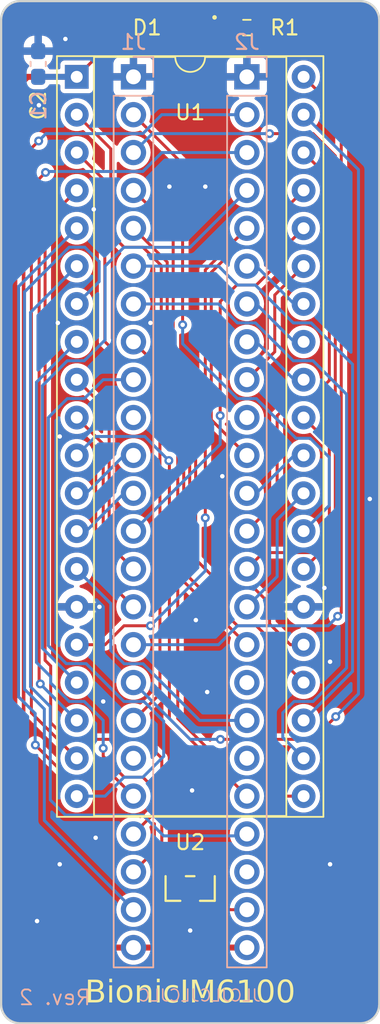
<source format=kicad_pcb>
(kicad_pcb (version 20240108) (generator "pcbnew") (generator_version "8.0")
  (title_block (title "BionicIM6100") (date "2025-01-13") (rev "2") (company "Tadashi G. Takaoka"))
  (layers (0 "F.Cu" signal) (31 "B.Cu" signal) (34 "B.Paste" user) (35 "F.Paste" user) (36 "B.SilkS" user "B.Silkscreen") (37 "F.SilkS" user "F.Silkscreen") (38 "B.Mask" user) (39 "F.Mask" user) (44 "Edge.Cuts" user))
  (net 0 "")
  (net 1 "VCC")
  (net 2 "GND")
  (net 3 "Net-(D1-K)")
  (net 4 "/P10")
  (net 5 "/P11")
  (net 6 "/P12")
  (net 7 "/P13")
  (net 8 "/P14")
  (net 9 "/P15")
  (net 10 "/P16")
  (net 11 "/P17")
  (net 13 "/P30")
  (net 14 "/P31")
  (net 15 "/P32")
  (net 16 "/P34")
  (net 17 "/P35")
  (net 18 "/P36")
  (net 19 "/P37")
  (net 21 "/P50")
  (net 22 "/P51")
  (net 23 "/P52")
  (net 24 "/P53")
  (net 25 "Net-(J2-P57)")
  (net 27 "/P55")
  (net 28 "/P54")
  (net 30 "/P47")
  (net 31 "/P45")
  (net 32 "/P44")
  (net 33 "/P43")
  (net 34 "/P42")
  (net 35 "/P41")
  (net 36 "/P40")
  (net 38 "/P27")
  (net 39 "/P26")
  (net 40 "/P25")
  (net 41 "/P24")
  (net 42 "/P23")
  (net 43 "/P22")
  (net 44 "/P21")
  (net 45 "/P20")
  (net 46 "/P33")
  (footprint "microchip:SOT-23_MC_MCH-M" (layer "F.Cu") (at 113.7 129.5376 180)
    (property "Reference" "U2" (at 0 3.0988 0) (layer "F.SilkS"))
    (property "Value" "11AA010-I/TT")
    (fp_line (start 1.652 0.827) (end 1.652 -0.827) (stroke (width 0.1524)) (layer "F.SilkS"))
    (fp_line (start 1.652 -0.827) (end 0.66294 -0.827) (stroke (width 0.1524)) (layer "F.SilkS"))
    (fp_line (start -0.287061 0.827) (end 0.287061 0.827) (stroke (width 0.1524)) (layer "F.SilkS"))
    (fp_line (start -0.66294 -0.827) (end -1.652 -0.827) (stroke (width 0.1524)) (layer "F.SilkS"))
    (fp_line (start -1.652 -0.827) (end -1.652 0.827) (stroke (width 0.1524)) (layer "F.SilkS"))
    (pad "1" smd rect (at -0.950001 1.066 180) (size 0.6604 1.6256) (layers "F.Cu" "F.Paste" "F.Mask") (net 25 "Net-(J2-P57)"))
    (pad "2" smd rect (at 0.950001 1.066 180) (size 0.6604 1.6256) (layers "F.Cu" "F.Paste" "F.Mask") (net 1 "VCC"))
    (pad "3" smd rect (at 0 -1.066 180) (size 0.6604 1.6256) (layers "F.Cu" "F.Paste" "F.Mask") (net 2 "GND"))
  )
  (footprint "rhom:LED_CSL1901UW1_ROM-M" (layer "F.Cu") (at 113.6873 71.778 180)
    (property "Reference" "D1" (at 2.8829 0 0) (layer "F.SilkS"))
    (property "Value" "CSL1901UW1")
    (fp_circle (center -1.651 0.6858) (end -1.5748 0.6858) (stroke (width 0.1524)) (fill none) (layer "F.SilkS"))
    (pad "1" smd rect (at -0.8763 0 180) (size 0.9652 0.762) (layers "F.Cu" "F.Paste" "F.Mask") (net 3 "Net-(D1-K)"))
    (pad "2" smd rect (at 0.8763 0 180) (size 0.9652 0.762) (layers "F.Cu" "F.Paste" "F.Mask") (net 1 "VCC"))
    (zone (net 0) (net_name "") (layer "F.Cu") (connect_pads (clearance 0)) (min_thickness 0.254)
      (keepout (tracks not_allowed) (vias not_allowed) (pads allowed) (copperpour not_allowed) (footprints allowed))
      (fill (thermal_gap 0.508) (thermal_bridge_width 0.508))
      (polygon (pts (xy 114.0302 72.1336) (xy 113.3444 72.1336) (xy 113.3444 71.4224) (xy 114.0302 71.4224)))
    )
  )
  (footprint "bionic:DIP-40_W15.24mm_Socket" (layer "F.Cu") (at 106.08 75.08)
    (property "Reference" "U1" (at 7.62 2.3876 0) (layer "F.SilkS"))
    (property "Value" "IM6100")
    (fp_line (start -1.33 -1.39) (end -1.33 49.65) (stroke (width 0.12)) (layer "F.SilkS"))
    (fp_line (start -1.33 49.65) (end 16.57 49.65) (stroke (width 0.12)) (layer "F.SilkS"))
    (fp_line (start 1.16 -1.33) (end 1.16 49.59) (stroke (width 0.12)) (layer "F.SilkS"))
    (fp_line (start 1.16 49.59) (end 14.08 49.59) (stroke (width 0.12)) (layer "F.SilkS"))
    (fp_line (start 6.62 -1.33) (end 1.16 -1.33) (stroke (width 0.12)) (layer "F.SilkS"))
    (fp_line (start 14.08 -1.33) (end 8.62 -1.33) (stroke (width 0.12)) (layer "F.SilkS"))
    (fp_line (start 14.08 49.59) (end 14.08 -1.33) (stroke (width 0.12)) (layer "F.SilkS"))
    (fp_line (start 16.57 -1.39) (end -1.33 -1.39) (stroke (width 0.12)) (layer "F.SilkS"))
    (fp_line (start 16.57 49.65) (end 16.57 -1.39) (stroke (width 0.12)) (layer "F.SilkS"))
    (fp_arc (start 8.62 -1.33) (mid 7.62 -0.33) (end 6.62 -1.33) (stroke (width 0.12)) (layer "F.SilkS"))
    (pad "1" thru_hole rect (at 0 0) (size 1.6 1.6) (drill 0.8) (layers "*.Cu" "*.Mask") (net 1 "VCC"))
    (pad "2" thru_hole oval (at 0 2.54) (size 1.6 1.6) (drill 0.8) (layers "*.Cu" "*.Mask") (net 31 "/P45"))
    (pad "3" thru_hole oval (at 0 5.08) (size 1.6 1.6) (drill 0.8) (layers "*.Cu" "*.Mask") (net 19 "/P37"))
    (pad "4" thru_hole oval (at 0 7.62) (size 1.6 1.6) (drill 0.8) (layers "*.Cu" "*.Mask") (net 23 "/P52"))
    (pad "5" thru_hole oval (at 0 10.16) (size 1.6 1.6) (drill 0.8) (layers "*.Cu" "*.Mask") (net 21 "/P50"))
    (pad "6" thru_hole oval (at 0 12.7) (size 1.6 1.6) (drill 0.8) (layers "*.Cu" "*.Mask") (net 27 "/P55"))
    (pad "7" thru_hole oval (at 0 15.24) (size 1.6 1.6) (drill 0.8) (layers "*.Cu" "*.Mask") (net 24 "/P53"))
    (pad "8" thru_hole oval (at 0 17.78) (size 1.6 1.6) (drill 0.8) (layers "*.Cu" "*.Mask") (net 22 "/P51"))
    (pad "9" thru_hole oval (at 0 20.32) (size 1.6 1.6) (drill 0.8) (layers "*.Cu" "*.Mask") (net 46 "/P33"))
    (pad "10" thru_hole oval (at 0 22.86) (size 1.6 1.6) (drill 0.8) (layers "*.Cu" "*.Mask") (net 16 "/P34"))
    (pad "11" thru_hole oval (at 0 25.4) (size 1.6 1.6) (drill 0.8) (layers "*.Cu" "*.Mask") (net 28 "/P54"))
    (pad "12" thru_hole oval (at 0 27.94) (size 1.6 1.6) (drill 0.8) (layers "*.Cu" "*.Mask") (net 13 "/P30"))
    (pad "13" thru_hole oval (at 0 30.48) (size 1.6 1.6) (drill 0.8) (layers "*.Cu" "*.Mask") (net 14 "/P31"))
    (pad "14" thru_hole oval (at 0 33.02) (size 1.6 1.6) (drill 0.8) (layers "*.Cu" "*.Mask") (net 30 "/P47"))
    (pad "15" thru_hole oval (at 0 35.56) (size 1.6 1.6) (drill 0.8) (layers "*.Cu" "*.Mask") (net 2 "GND"))
    (pad "16" thru_hole oval (at 0 38.1) (size 1.6 1.6) (drill 0.8) (layers "*.Cu" "*.Mask") (net 42 "/P23"))
    (pad "17" thru_hole oval (at 0 40.64) (size 1.6 1.6) (drill 0.8) (layers "*.Cu" "*.Mask") (net 43 "/P22"))
    (pad "18" thru_hole oval (at 0 43.18) (size 1.6 1.6) (drill 0.8) (layers "*.Cu" "*.Mask") (net 44 "/P21"))
    (pad "19" thru_hole oval (at 0 45.72) (size 1.6 1.6) (drill 0.8) (layers "*.Cu" "*.Mask") (net 45 "/P20"))
    (pad "20" thru_hole oval (at 0 48.26) (size 1.6 1.6) (drill 0.8) (layers "*.Cu" "*.Mask") (net 11 "/P17"))
    (pad "21" thru_hole oval (at 15.24 48.26) (size 1.6 1.6) (drill 0.8) (layers "*.Cu" "*.Mask") (net 10 "/P16"))
    (pad "22" thru_hole oval (at 15.24 45.72) (size 1.6 1.6) (drill 0.8) (layers "*.Cu" "*.Mask") (net 9 "/P15"))
    (pad "23" thru_hole oval (at 15.24 43.18) (size 1.6 1.6) (drill 0.8) (layers "*.Cu" "*.Mask") (net 8 "/P14"))
    (pad "24" thru_hole oval (at 15.24 40.64) (size 1.6 1.6) (drill 0.8) (layers "*.Cu" "*.Mask") (net 7 "/P13"))
    (pad "25" thru_hole oval (at 15.24 38.1) (size 1.6 1.6) (drill 0.8) (layers "*.Cu" "*.Mask") (net 6 "/P12"))
    (pad "26" thru_hole oval (at 15.24 35.56) (size 1.6 1.6) (drill 0.8) (layers "*.Cu" "*.Mask") (net 2 "GND"))
    (pad "27" thru_hole oval (at 15.24 33.02) (size 1.6 1.6) (drill 0.8) (layers "*.Cu" "*.Mask") (net 5 "/P11"))
    (pad "28" thru_hole oval (at 15.24 30.48) (size 1.6 1.6) (drill 0.8) (layers "*.Cu" "*.Mask") (net 4 "/P10"))
    (pad "29" thru_hole oval (at 15.24 27.94) (size 1.6 1.6) (drill 0.8) (layers "*.Cu" "*.Mask") (net 32 "/P44"))
    (pad "30" thru_hole oval (at 15.24 25.4) (size 1.6 1.6) (drill 0.8) (layers "*.Cu" "*.Mask") (net 35 "/P41"))
    (pad "31" thru_hole oval (at 15.24 22.86) (size 1.6 1.6) (drill 0.8) (layers "*.Cu" "*.Mask") (net 33 "/P43"))
    (pad "32" thru_hole oval (at 15.24 20.32) (size 1.6 1.6) (drill 0.8) (layers "*.Cu" "*.Mask") (net 39 "/P26"))
    (pad "33" thru_hole oval (at 15.24 17.78) (size 1.6 1.6) (drill 0.8) (layers "*.Cu" "*.Mask") (net 40 "/P25"))
    (pad "34" thru_hole oval (at 15.24 15.24) (size 1.6 1.6) (drill 0.8) (layers "*.Cu" "*.Mask") (net 41 "/P24"))
    (pad "35" thru_hole oval (at 15.24 12.7) (size 1.6 1.6) (drill 0.8) (layers "*.Cu" "*.Mask") (net 38 "/P27"))
    (pad "36" thru_hole oval (at 15.24 10.16) (size 1.6 1.6) (drill 0.8) (layers "*.Cu" "*.Mask") (net 15 "/P32"))
    (pad "37" thru_hole oval (at 15.24 7.62) (size 1.6 1.6) (drill 0.8) (layers "*.Cu" "*.Mask") (net 36 "/P40"))
    (pad "38" thru_hole oval (at 15.24 5.08) (size 1.6 1.6) (drill 0.8) (layers "*.Cu" "*.Mask") (net 34 "/P42"))
    (pad "39" thru_hole oval (at 15.24 2.54) (size 1.6 1.6) (drill 0.8) (layers "*.Cu" "*.Mask") (net 18 "/P36"))
    (pad "40" thru_hole oval (at 15.24 0) (size 1.6 1.6) (drill 0.8) (layers "*.Cu" "*.Mask") (net 17 "/P35"))
  )
  (footprint "Resistor_SMD:R_0603_1608Metric_Pad0.98x0.95mm_HandSolder" (layer "F.Cu") (at 117.51 71.778)
    (property "Reference" "R1" (at 2.54 0 0) (layer "F.SilkS"))
    (property "Value" "1.6k")
    (fp_line (start -0.254724 -0.5225) (end 0.254724 -0.5225) (stroke (width 0.12)) (layer "F.SilkS"))
    (fp_line (start -0.254724 0.5225) (end 0.254724 0.5225) (stroke (width 0.12)) (layer "F.SilkS"))
    (pad "1" smd roundrect (at -0.9125 0) (size 0.975 0.95) (layers "F.Cu" "F.Paste" "F.Mask") (net 3 "Net-(D1-K)"))
    (pad "2" smd roundrect (at 0.9125 0) (size 0.975 0.95) (layers "F.Cu" "F.Paste" "F.Mask") (net 2 "GND"))
  )
  (footprint "Capacitor_SMD:C_0603_1608Metric_Pad1.08x0.95mm_HandSolder" (layer "F.Cu") (at 103.4892 74.2175 90)
    (property "Reference" "C2" (at -2.794 0 90) (layer "F.SilkS"))
    (property "Value" "22u")
    (fp_line (start -0.146267 -0.51) (end 0.146267 -0.51) (stroke (width 0.12)) (layer "F.SilkS"))
    (fp_line (start -0.146267 0.51) (end 0.146267 0.51) (stroke (width 0.12)) (layer "F.SilkS"))
    (pad "1" smd roundrect (at -0.8625 0 90) (size 1.075 0.95) (layers "F.Cu" "F.Paste" "F.Mask") (net 1 "VCC"))
    (pad "2" smd roundrect (at 0.8625 0 90) (size 1.075 0.95) (layers "F.Cu" "F.Paste" "F.Mask") (net 2 "GND"))
  )
  (footprint "Capacitor_SMD:C_0603_1608Metric_Pad1.08x0.95mm_HandSolder" (layer "B.Cu") (at 103.4892 74.2175 90)
    (property "Reference" "C1" (at -2.794 0.03 90) (layer "B.SilkS") (effects (justify mirror)))
    (property "Value" "0.1u")
    (fp_line (start 0.146267 -0.51) (end -0.146267 -0.51) (stroke (width 0.12)) (layer "B.SilkS"))
    (fp_line (start 0.146267 0.51) (end -0.146267 0.51) (stroke (width 0.12)) (layer "B.SilkS"))
    (pad "1" smd roundrect (at -0.8625 0 90) (size 1.075 0.95) (layers "B.Cu" "B.Paste" "B.Mask") (net 1 "VCC"))
    (pad "2" smd roundrect (at 0.8625 0 90) (size 1.075 0.95) (layers "B.Cu" "B.Paste" "B.Mask") (net 2 "GND"))
  )
  (footprint "bionic:Bionic-P245_Vertical" (layer "B.Cu") (at 117.51 75.08 180)
    (property "Reference" "J2" (at 0 2.33 0) (layer "B.SilkS") (effects (justify mirror)))
    (property "Value" "Bionic-P245")
    (fp_line (start 1.33 -1.27) (end -1.33 -1.27) (stroke (width 0.12)) (layer "B.SilkS"))
    (fp_line (start 1.33 -59.75) (end 1.33 -1.27) (stroke (width 0.12)) (layer "B.SilkS"))
    (fp_line (start 1.33 -59.75) (end -1.33 -59.75) (stroke (width 0.12)) (layer "B.SilkS"))
    (fp_line (start 0 1.33) (end -1.33 1.33) (stroke (width 0.12)) (layer "B.SilkS"))
    (fp_line (start -1.33 1.33) (end -1.33 0) (stroke (width 0.12)) (layer "B.SilkS"))
    (fp_line (start -1.33 -59.75) (end -1.33 -1.27) (stroke (width 0.12)) (layer "B.SilkS"))
    (pad "25" thru_hole oval (at 0 -58.42 180) (size 1.7 1.7) (drill 1) (layers "*.Cu" "*.Mask") (net 1 "VCC"))
    (pad "26" thru_hole oval (at 0 -55.88 180) (size 1.7 1.7) (drill 1) (layers "*.Cu" "*.Mask") (net 25 "Net-(J2-P57)"))
    (pad "27" thru_hole oval (at 0 -53.34 180) (size 1.7 1.7) (drill 1) (layers "*.Cu" "*.Mask"))
    (pad "28" thru_hole oval (at 0 -50.8 180) (size 1.7 1.7) (drill 1) (layers "*.Cu" "*.Mask") (net 27 "/P55"))
    (pad "29" thru_hole oval (at 0 -48.26 180) (size 1.7 1.7) (drill 1) (layers "*.Cu" "*.Mask") (net 28 "/P54"))
    (pad "30" thru_hole oval (at 0 -45.72 180) (size 1.7 1.7) (drill 1) (layers "*.Cu" "*.Mask"))
    (pad "31" thru_hole oval (at 0 -43.18 180) (size 1.7 1.7) (drill 1) (layers "*.Cu" "*.Mask") (net 30 "/P47"))
    (pad "32" thru_hole oval (at 0 -40.64 180) (size 1.7 1.7) (drill 1) (layers "*.Cu" "*.Mask"))
    (pad "33" thru_hole oval (at 0 -38.1 180) (size 1.7 1.7) (drill 1) (layers "*.Cu" "*.Mask") (net 31 "/P45"))
    (pad "34" thru_hole oval (at 0 -35.56 180) (size 1.7 1.7) (drill 1) (layers "*.Cu" "*.Mask") (net 32 "/P44"))
    (pad "35" thru_hole oval (at 0 -33.02 180) (size 1.7 1.7) (drill 1) (layers "*.Cu" "*.Mask") (net 33 "/P43"))
    (pad "36" thru_hole oval (at 0 -30.48 180) (size 1.7 1.7) (drill 1) (layers "*.Cu" "*.Mask") (net 34 "/P42"))
    (pad "37" thru_hole oval (at 0 -27.94 180) (size 1.7 1.7) (drill 1) (layers "*.Cu" "*.Mask") (net 35 "/P41"))
    (pad "38" thru_hole oval (at 0 -25.4 180) (size 1.7 1.7) (drill 1) (layers "*.Cu" "*.Mask") (net 36 "/P40"))
    (pad "39" thru_hole oval (at 0 -22.86 180) (size 1.7 1.7) (drill 1) (layers "*.Cu" "*.Mask"))
    (pad "40" thru_hole oval (at 0 -20.32 180) (size 1.7 1.7) (drill 1) (layers "*.Cu" "*.Mask") (net 38 "/P27"))
    (pad "41" thru_hole oval (at 0 -17.78 180) (size 1.7 1.7) (drill 1) (layers "*.Cu" "*.Mask") (net 39 "/P26"))
    (pad "42" thru_hole oval (at 0 -15.24 180) (size 1.7 1.7) (drill 1) (layers "*.Cu" "*.Mask") (net 40 "/P25"))
    (pad "43" thru_hole oval (at 0 -12.7 180) (size 1.7 1.7) (drill 1) (layers "*.Cu" "*.Mask") (net 41 "/P24"))
    (pad "44" thru_hole oval (at 0 -10.16 180) (size 1.7 1.7) (drill 1) (layers "*.Cu" "*.Mask") (net 42 "/P23"))
    (pad "45" thru_hole oval (at 0 -7.62 180) (size 1.7 1.7) (drill 1) (layers "*.Cu" "*.Mask") (net 43 "/P22"))
    (pad "46" thru_hole oval (at 0 -5.08 180) (size 1.7 1.7) (drill 1) (layers "*.Cu" "*.Mask") (net 44 "/P21"))
    (pad "47" thru_hole oval (at 0 -2.54 180) (size 1.7 1.7) (drill 1) (layers "*.Cu" "*.Mask") (net 45 "/P20"))
    (pad "48" thru_hole rect (at 0 0 180) (size 1.7 1.7) (drill 1) (layers "*.Cu" "*.Mask") (net 2 "GND"))
  )
  (footprint "bionic:Bionic-P135_Vertical" (layer "B.Cu") (at 109.89 75.08 180)
    (property "Reference" "J1" (at 0 2.33 0) (layer "B.SilkS") (effects (justify mirror)))
    (property "Value" "Bionic-P135")
    (fp_line (start 1.33 -1.27) (end -1.33 -1.27) (stroke (width 0.12)) (layer "B.SilkS"))
    (fp_line (start 1.33 -59.75) (end 1.33 -1.27) (stroke (width 0.12)) (layer "B.SilkS"))
    (fp_line (start 1.33 -59.75) (end -1.33 -59.75) (stroke (width 0.12)) (layer "B.SilkS"))
    (fp_line (start 0 1.33) (end -1.33 1.33) (stroke (width 0.12)) (layer "B.SilkS"))
    (fp_line (start -1.33 1.33) (end -1.33 0) (stroke (width 0.12)) (layer "B.SilkS"))
    (fp_line (start -1.33 -59.75) (end -1.33 -1.27) (stroke (width 0.12)) (layer "B.SilkS"))
    (pad "1" thru_hole rect (at 0 0 180) (size 1.7 1.7) (drill 1) (layers "*.Cu" "*.Mask") (net 2 "GND"))
    (pad "2" thru_hole oval (at 0 -2.54 180) (size 1.7 1.7) (drill 1) (layers "*.Cu" "*.Mask") (net 4 "/P10"))
    (pad "3" thru_hole oval (at 0 -5.08 180) (size 1.7 1.7) (drill 1) (layers "*.Cu" "*.Mask") (net 5 "/P11"))
    (pad "4" thru_hole oval (at 0 -7.62 180) (size 1.7 1.7) (drill 1) (layers "*.Cu" "*.Mask") (net 6 "/P12"))
    (pad "5" thru_hole oval (at 0 -10.16 180) (size 1.7 1.7) (drill 1) (layers "*.Cu" "*.Mask") (net 7 "/P13"))
    (pad "6" thru_hole oval (at 0 -12.7 180) (size 1.7 1.7) (drill 1) (layers "*.Cu" "*.Mask") (net 8 "/P14"))
    (pad "7" thru_hole oval (at 0 -15.24 180) (size 1.7 1.7) (drill 1) (layers "*.Cu" "*.Mask") (net 9 "/P15"))
    (pad "8" thru_hole oval (at 0 -17.78 180) (size 1.7 1.7) (drill 1) (layers "*.Cu" "*.Mask") (net 10 "/P16"))
    (pad "9" thru_hole oval (at 0 -20.32 180) (size 1.7 1.7) (drill 1) (layers "*.Cu" "*.Mask") (net 11 "/P17"))
    (pad "10" thru_hole oval (at 0 -22.86 180) (size 1.7 1.7) (drill 1) (layers "*.Cu" "*.Mask"))
    (pad "11" thru_hole oval (at 0 -25.4 180) (size 1.7 1.7) (drill 1) (layers "*.Cu" "*.Mask") (net 13 "/P30"))
    (pad "12" thru_hole oval (at 0 -27.94 180) (size 1.7 1.7) (drill 1) (layers "*.Cu" "*.Mask") (net 14 "/P31"))
    (pad "13" thru_hole oval (at 0 -30.48 180) (size 1.7 1.7) (drill 1) (layers "*.Cu" "*.Mask") (net 15 "/P32"))
    (pad "14" thru_hole oval (at 0 -33.02 180) (size 1.7 1.7) (drill 1) (layers "*.Cu" "*.Mask") (net 46 "/P33"))
    (pad "15" thru_hole oval (at 0 -35.56 180) (size 1.7 1.7) (drill 1) (layers "*.Cu" "*.Mask") (net 16 "/P34"))
    (pad "16" thru_hole oval (at 0 -38.1 180) (size 1.7 1.7) (drill 1) (layers "*.Cu" "*.Mask") (net 17 "/P35"))
    (pad "17" thru_hole oval (at 0 -40.64 180) (size 1.7 1.7) (drill 1) (layers "*.Cu" "*.Mask") (net 18 "/P36"))
    (pad "18" thru_hole oval (at 0 -43.18 180) (size 1.7 1.7) (drill 1) (layers "*.Cu" "*.Mask") (net 19 "/P37"))
    (pad "19" thru_hole oval (at 0 -45.72 180) (size 1.7 1.7) (drill 1) (layers "*.Cu" "*.Mask"))
    (pad "20" thru_hole oval (at 0 -48.26 180) (size 1.7 1.7) (drill 1) (layers "*.Cu" "*.Mask") (net 21 "/P50"))
    (pad "21" thru_hole oval (at 0 -50.8 180) (size 1.7 1.7) (drill 1) (layers "*.Cu" "*.Mask") (net 22 "/P51"))
    (pad "22" thru_hole oval (at 0 -53.34 180) (size 1.7 1.7) (drill 1) (layers "*.Cu" "*.Mask") (net 23 "/P52"))
    (pad "23" thru_hole oval (at 0 -55.88 180) (size 1.7 1.7) (drill 1) (layers "*.Cu" "*.Mask") (net 24 "/P53"))
    (pad "24" thru_hole oval (at 0 -58.42 180) (size 1.7 1.7) (drill 1) (layers "*.Cu" "*.Mask") (net 1 "VCC"))
  )
  (gr_arc (start 126.4 137.31) (mid 126.028026 138.208026) (end 125.13 138.58) (stroke (width 0.15)) (layer "Edge.Cuts"))
  (gr_line (start 101 71.27) (end 101 137.31) (stroke (width 0.15)) (layer "Edge.Cuts"))
  (gr_arc (start 101 71.27) (mid 101.371974 70.371974) (end 102.27 70) (stroke (width 0.15)) (layer "Edge.Cuts"))
  (gr_line (start 126.4 137.31) (end 126.4 71.27) (stroke (width 0.15)) (layer "Edge.Cuts"))
  (gr_arc (start 125.13 70) (mid 126.028026 70.371974) (end 126.4 71.27) (stroke (width 0.15)) (layer "Edge.Cuts"))
  (gr_arc (start 102.27 138.58) (mid 101.371974 138.208026) (end 101 137.31) (stroke (width 0.15)) (layer "Edge.Cuts"))
  (gr_line (start 102.27 138.58) (end 125.13 138.58) (stroke (width 0.15)) (layer "Edge.Cuts"))
  (gr_line (start 125.13 70) (end 102.27 70) (stroke (width 0.15)) (layer "Edge.Cuts"))
  (gr_text "Rev. 2" (at 107.096 137.437 0) (layer "B.SilkS") (effects (font (size 1 1)) (justify left bottom mirror)))
  (gr_text "JLCJLCJLCJLC" (at 114.335 137.183 0) (layer "B.SilkS") (effects (font (size 0.8 0.8)) (justify bottom mirror)))
  (gr_text "BionicIM6100" (at 113.7 137.437 0) (layer "F.SilkS") (effects (font (size 1.5 1.5)) (justify bottom)))
  (segment (start 112.749999 128.4716) (end 112.749999 133.438999) (width 0.2) (layer "F.Cu") (net 1))
  (segment (start 117.51 133.5) (end 112.811 133.5) (width 0.4) (layer "F.Cu") (net 1))
  (segment (start 109.382 71.778) (end 106.08 75.08) (width 0.2) (layer "F.Cu") (net 1))
  (segment (start 112.811 71.778) (end 109.382 71.778) (width 0.2) (layer "F.Cu") (net 1))
  (segment (start 102.778 75.08) (end 103.4892 75.08) (width 0.4) (layer "F.Cu") (net 1))
  (segment (start 112.749999 133.438999) (end 112.811 133.5) (width 0.2) (layer "F.Cu") (net 1))
  (segment (start 112.811 133.5) (end 109.89 133.5) (width 0.4) (layer "F.Cu") (net 1))
  (segment (start 112.75 128.472) (end 112.75 128.4716) (width 0.4) (layer "F.Cu") (net 1))
  (segment (start 101.889 126.769) (end 101.889 75.969) (width 0.4) (layer "F.Cu") (net 1))
  (segment (start 106.08 75.08) (end 103.4892 75.08) (width 0.4) (layer "F.Cu") (net 1))
  (segment (start 109.89 133.5) (end 108.62 133.5) (width 0.4) (layer "F.Cu") (net 1))
  (segment (start 108.62 133.5) (end 101.889 126.769) (width 0.4) (layer "F.Cu") (net 1))
  (segment (start 101.889 75.969) (end 102.778 75.08) (width 0.4) (layer "F.Cu") (net 1))
  (segment (start 103.4892 75.08) (end 106.08 75.08) (width 0.4) (layer "B.Cu") (net 1))
  (segment (start 106.08 110.64) (end 107.604 110.64) (width 0.4) (layer "F.Cu") (net 2))
  (segment (start 121.32 110.64) (end 120.177 110.64) (width 0.4) (layer "F.Cu") (net 2))
  (segment (start 107.604 110.64) (end 107.477 110.64) (width 0.4) (layer "F.Cu") (net 2))
  (via (at 123.098 114.323) (size 0.6) (drill 0.3) (layers "F.Cu" "B.Cu") (net 2))
  (via (at 111.033 91.59) (size 0.6) (drill 0.3) (layers "F.Cu" "B.Cu") (net 2))
  (via (at 105.318 72.54) (size 0.6) (drill 0.3) (layers "F.Cu" "B.Cu") (net 2))
  (via (at 113.7 132.357) (size 0.6) (drill 0.3) (layers "F.Cu" "B.Cu") (net 2))
  (via (at 113.827 122.959) (size 0.6) (drill 0.3) (layers "F.Cu" "B.Cu") (net 2))
  (via (at 107.223 83.97) (size 0.6) (drill 0.3) (layers "F.Cu" "B.Cu") (net 2))
  (via (at 122.717 109.37) (size 0.6) (drill 0.3) (layers "F.Cu" "B.Cu") (net 2))
  (via (at 115.859 101.877) (size 0.6) (drill 0.3) (layers "F.Cu" "B.Cu") (net 2))
  (via (at 107.858 116.99) (size 0.6) (drill 0.3) (layers "F.Cu" "B.Cu") (net 2))
  (via (at 123.098 127.912) (size 0.6) (drill 0.3) (layers "F.Cu" "B.Cu") (net 2))
  (via (at 114.843 116.355) (size 0.6) (drill 0.3) (layers "F.Cu" "B.Cu") (net 2))
  (via (at 107.604 110.64) (size 0.6) (drill 0.3) (layers "F.Cu" "B.Cu") (net 2))
  (via (at 104.937 99.21) (size 0.6) (drill 0.3) (layers "F.Cu" "B.Cu") (net 2))
  (via (at 125.765 103.401) (size 0.6) (drill 0.3) (layers "F.Cu" "B.Cu") (net 2))
  (via (at 103.413 131.722) (size 0.6) (drill 0.3) (layers "F.Cu" "B.Cu") (net 2))
  (via (at 104.81 91.59) (size 0.6) (drill 0.3) (layers "F.Cu" "B.Cu") (net 2))
  (via (at 107.35 126.134) (size 0.6) (drill 0.3) (layers "F.Cu" "B.Cu") (net 2))
  (via (at 114.716 82.446) (size 0.6) (drill 0.3) (layers "F.Cu" "B.Cu") (net 2))
  (via (at 112.303 82.446) (size 0.6) (drill 0.3) (layers "F.Cu" "B.Cu") (net 2))
  (via (at 103.54 76.985) (size 0.6) (drill 0.3) (layers "F.Cu" "B.Cu") (net 2))
  (via (at 104.937 127.912) (size 0.6) (drill 0.3) (layers "F.Cu" "B.Cu") (net 2))
  (via (at 114.081 111.529) (size 0.6) (drill 0.3) (layers "F.Cu" "B.Cu") (net 2))
  (segment (start 106.08 110.64) (end 104.81 110.64) (width 0.4) (layer "B.Cu") (net 2))
  (segment (start 121.32 110.64) (end 122.717 110.64) (width 0.4) (layer "B.Cu") (net 2))
  (segment (start 114.5636 71.778) (end 116.5975 71.778) (width 0.2) (layer "F.Cu") (net 3))
  (segment (start 114.564 71.778) (end 114.5636 71.778) (width 0.2) (layer "F.Cu") (net 3))
  (segment (start 113.195 91.717) (end 113.192 91.714) (width 0.2) (layer "F.Cu") (net 4))
  (segment (start 113.192 80.922) (end 109.89 77.62) (width 0.2) (layer "F.Cu") (net 4))
  (segment (start 113.192 91.714) (end 113.192 80.922) (width 0.2) (layer "F.Cu") (net 4))
  (via (at 113.195 91.717) (size 0.6) (drill 0.3) (layers "F.Cu" "B.Cu") (net 4))
  (segment (start 121.766 99.3298) (end 123.041 100.6048) (width 0.2) (layer "B.Cu") (net 4))
  (segment (start 120.8048 99.3298) (end 121.766 99.3298) (width 0.2) (layer "B.Cu") (net 4))
  (segment (start 113.195 91.717) (end 113.195 92.99) (width 0.2) (layer "B.Cu") (net 4))
  (segment (start 123.041 103.839) (end 121.32 105.56) (width 0.2) (layer "B.Cu") (net 4))
  (segment (start 113.195 92.99) (end 116.875 96.67) (width 0.2) (layer "B.Cu") (net 4))
  (segment (start 116.875 96.67) (end 118.145 96.67) (width 0.2) (layer "B.Cu") (net 4))
  (segment (start 118.145 96.67) (end 120.8048 99.3298) (width 0.2) (layer "B.Cu") (net 4))
  (segment (start 123.041 100.6048) (end 123.041 103.839) (width 0.2) (layer "B.Cu") (net 4))
  (segment (start 121.955 78.89) (end 123.4472 80.3822) (width 0.2) (layer "F.Cu") (net 5))
  (segment (start 123.4472 105.9728) (end 121.32 108.1) (width 0.2) (layer "F.Cu") (net 5))
  (segment (start 123.4472 80.3822) (end 123.4472 105.9728) (width 0.2) (layer "F.Cu") (net 5))
  (segment (start 119.034 78.89) (end 121.955 78.89) (width 0.2) (layer "F.Cu") (net 5))
  (via (at 119.034 78.89) (size 0.6) (drill 0.3) (layers "F.Cu" "B.Cu") (net 5))
  (segment (start 111.16 78.89) (end 109.89 80.16) (width 0.2) (layer "B.Cu") (net 5))
  (segment (start 119.034 78.89) (end 111.16 78.89) (width 0.2) (layer "B.Cu") (net 5))
  (segment (start 114.068 107.452) (end 115.986 109.37) (width 0.2) (layer "F.Cu") (net 6))
  (segment (start 109.89 82.7) (end 112.557 85.367) (width 0.2) (layer "F.Cu") (net 6))
  (segment (start 119.034 111.783) (end 120.431 113.18) (width 0.2) (layer "F.Cu") (net 6))
  (segment (start 112.557 85.367) (end 112.557 93.829942) (width 0.2) (layer "F.Cu") (net 6))
  (segment (start 119.034 110.4238) (end 119.034 111.783) (width 0.2) (layer "F.Cu") (net 6))
  (segment (start 115.986 109.37) (end 117.9802 109.37) (width 0.2) (layer "F.Cu") (net 6))
  (segment (start 120.431 113.18) (end 121.32 113.18) (width 0.2) (layer "F.Cu") (net 6))
  (segment (start 114.068 95.340942) (end 114.068 107.452) (width 0.2) (layer "F.Cu") (net 6))
  (segment (start 112.557 93.829942) (end 114.068 95.340942) (width 0.2) (layer "F.Cu") (net 6))
  (segment (start 117.9802 109.37) (end 119.034 110.4238) (width 0.2) (layer "F.Cu") (net 6))
  (segment (start 119.542 113.307) (end 119.542 113.942) (width 0.2) (layer "F.Cu") (net 7))
  (segment (start 113.668 108.703) (end 116.875 111.91) (width 0.2) (layer "F.Cu") (net 7))
  (segment (start 113.668 95.506628) (end 113.668 108.703) (width 0.2) (layer "F.Cu") (net 7))
  (segment (start 119.542 113.942) (end 121.32 115.72) (width 0.2) (layer "F.Cu") (net 7))
  (segment (start 112.157 93.995628) (end 113.668 95.506628) (width 0.2) (layer "F.Cu") (net 7))
  (segment (start 118.145 111.91) (end 119.542 113.307) (width 0.2) (layer "F.Cu") (net 7))
  (segment (start 109.89 85.24) (end 112.157 87.507) (width 0.2) (layer "F.Cu") (net 7))
  (segment (start 116.875 111.91) (end 118.145 111.91) (width 0.2) (layer "F.Cu") (net 7))
  (segment (start 112.157 87.507) (end 112.157 93.995628) (width 0.2) (layer "F.Cu") (net 7))
  (segment (start 109.89 87.78) (end 115.605 87.78) (width 0.2) (layer "B.Cu") (net 8))
  (segment (start 124.606 114.974) (end 121.32 118.26) (width 0.2) (layer "B.Cu") (net 8))
  (segment (start 116.875 89.05) (end 118.0848 89.05) (width 0.2) (layer "B.Cu") (net 8))
  (segment (start 115.605 87.78) (end 116.875 89.05) (width 0.2) (layer "B.Cu") (net 8))
  (segment (start 124.606 94.368) (end 124.606 114.974) (width 0.2) (layer "B.Cu") (net 8))
  (segment (start 121.828 91.59) (end 124.606 94.368) (width 0.2) (layer "B.Cu") (net 8))
  (segment (start 118.0848 89.05) (end 120.6248 91.59) (width 0.2) (layer "B.Cu") (net 8))
  (segment (start 120.6248 91.59) (end 121.828 91.59) (width 0.2) (layer "B.Cu") (net 8))
  (segment (start 124.206 114.739) (end 124.206 96.381) (width 0.2) (layer "B.Cu") (net 9))
  (segment (start 116.875 91.59) (end 115.605 90.32) (width 0.2) (layer "B.Cu") (net 9))
  (segment (start 115.605 90.32) (end 109.89 90.32) (width 0.2) (layer "B.Cu") (net 9))
  (segment (start 120.685 116.99) (end 121.955 116.99) (width 0.2) (layer "B.Cu") (net 9))
  (segment (start 121.955 94.13) (end 120.6248 94.13) (width 0.2) (layer "B.Cu") (net 9))
  (segment (start 121.32 120.8) (end 119.923 119.403) (width 0.2) (layer "B.Cu") (net 9))
  (segment (start 119.923 119.403) (end 119.923 117.752) (width 0.2) (layer "B.Cu") (net 9))
  (segment (start 118.0848 91.59) (end 116.875 91.59) (width 0.2) (layer "B.Cu") (net 9))
  (segment (start 121.955 116.99) (end 124.206 114.739) (width 0.2) (layer "B.Cu") (net 9))
  (segment (start 124.206 96.381) (end 121.955 94.13) (width 0.2) (layer "B.Cu") (net 9))
  (segment (start 120.6248 94.13) (end 118.0848 91.59) (width 0.2) (layer "B.Cu") (net 9))
  (segment (start 119.923 117.752) (end 120.685 116.99) (width 0.2) (layer "B.Cu") (net 9))
  (segment (start 112.868 118.132314) (end 116.805686 122.07) (width 0.2) (layer "F.Cu") (net 10))
  (segment (start 116.805686 122.07) (end 118.145 122.07) (width 0.2) (layer "F.Cu") (net 10))
  (segment (start 119.415 123.34) (end 121.32 123.34) (width 0.2) (layer "F.Cu") (net 10))
  (segment (start 109.89 92.86) (end 112.868 95.838) (width 0.2) (layer "F.Cu") (net 10))
  (segment (start 118.145 122.07) (end 119.415 123.34) (width 0.2) (layer "F.Cu") (net 10))
  (segment (start 112.868 95.838) (end 112.868 118.132314) (width 0.2) (layer "F.Cu") (net 10))
  (segment (start 110.594314 116.99) (end 111.922 118.317686) (width 0.2) (layer "B.Cu") (net 11))
  (segment (start 110.525 122.07) (end 109.255 122.07) (width 0.2) (layer "B.Cu") (net 11))
  (segment (start 109.89 95.4) (end 107.858 95.4) (width 0.2) (layer "B.Cu") (net 11))
  (segment (start 111.922 120.673) (end 110.525 122.07) (width 0.2) (layer "B.Cu") (net 11))
  (segment (start 109.255 116.99) (end 110.594314 116.99) (width 0.2) (layer "B.Cu") (net 11))
  (segment (start 107.985 123.34) (end 106.08 123.34) (width 0.2) (layer "B.Cu") (net 11))
  (segment (start 105.375686 114.45) (end 106.715 114.45) (width 0.2) (layer "B.Cu") (net 11))
  (segment (start 104.175 97.94) (end 104.175 113.249314) (width 0.2) (layer "B.Cu") (net 11))
  (segment (start 105.445 96.67) (end 104.175 97.94) (width 0.2) (layer "B.Cu") (net 11))
  (segment (start 111.922 118.317686) (end 111.922 120.673) (width 0.2) (layer "B.Cu") (net 11))
  (segment (start 107.858 95.4) (end 106.588 96.67) (width 0.2) (layer "B.Cu") (net 11))
  (segment (start 109.255 122.07) (end 107.985 123.34) (width 0.2) (layer "B.Cu") (net 11))
  (segment (start 106.715 114.45) (end 109.255 116.99) (width 0.2) (layer "B.Cu") (net 11))
  (segment (start 104.175 113.249314) (end 105.375686 114.45) (width 0.2) (layer "B.Cu") (net 11))
  (segment (start 106.588 96.67) (end 105.445 96.67) (width 0.2) (layer "B.Cu") (net 11))
  (segment (start 106.715 103.02) (end 106.08 103.02) (width 0.2) (layer "B.Cu") (net 13))
  (segment (start 109.255 100.48) (end 106.715 103.02) (width 0.2) (layer "B.Cu") (net 13))
  (segment (start 109.89 100.48) (end 109.255 100.48) (width 0.2) (layer "B.Cu") (net 13))
  (segment (start 109.89 103.02) (end 109.255 103.02) (width 0.2) (layer "B.Cu") (net 14))
  (segment (start 106.715 105.56) (end 106.08 105.56) (width 0.2) (layer "B.Cu") (net 14))
  (segment (start 109.255 103.02) (end 106.715 105.56) (width 0.2) (layer "B.Cu") (net 14))
  (segment (start 115.716 97.813) (end 115.716 90.157827) (width 0.2) (layer "F.Cu") (net 15))
  (segment (start 116.823827 89.05) (end 118.145 89.05) (width 0.2) (layer "F.Cu") (net 15))
  (segment (start 119.542 87.018) (end 121.32 85.24) (width 0.2) (layer "F.Cu") (net 15))
  (segment (start 119.542 87.653) (end 119.542 87.018) (width 0.2) (layer "F.Cu") (net 15))
  (segment (start 118.145 89.05) (end 119.542 87.653) (width 0.2) (layer "F.Cu") (net 15))
  (segment (start 115.716 90.157827) (end 116.823827 89.05) (width 0.2) (layer "F.Cu") (net 15))
  (via (at 115.716 97.813) (size 0.6) (drill 0.3) (layers "F.Cu" "B.Cu") (net 15))
  (segment (start 115.716 99.734) (end 109.89 105.56) (width 0.2) (layer "B.Cu") (net 15))
  (segment (start 115.716 97.813) (end 115.716 99.734) (width 0.2) (layer "B.Cu") (net 15))
  (segment (start 107.858 99.718) (end 107.858 108.608) (width 0.2) (layer "F.Cu") (net 16))
  (segment (start 106.08 97.94) (end 107.858 99.718) (width 0.2) (layer "F.Cu") (net 16))
  (segment (start 107.858 108.608) (end 109.89 110.64) (width 0.2) (layer "F.Cu") (net 16))
  (segment (start 123.606 111.275) (end 123.8472 111.0338) (width 0.2) (layer "F.Cu") (net 17))
  (segment (start 123.8472 111.0338) (end 123.8472 77.6072) (width 0.2) (layer "F.Cu") (net 17))
  (segment (start 123.8472 77.6072) (end 121.32 75.08) (width 0.2) (layer "F.Cu") (net 17))
  (via (at 123.606 111.275) (size 0.6) (drill 0.3) (layers "F.Cu" "B.Cu") (net 17))
  (segment (start 116.875 111.91) (end 115.605 113.18) (width 0.2) (layer "B.Cu") (net 17))
  (segment (start 115.605 113.18) (end 109.89 113.18) (width 0.2) (layer "B.Cu") (net 17))
  (segment (start 122.971 111.91) (end 116.875 111.91) (width 0.2) (layer "B.Cu") (net 17))
  (segment (start 123.606 111.275) (end 122.971 111.91) (width 0.2) (layer "B.Cu") (net 17))
  (segment (start 115.732 119.53) (end 121.955 119.53) (width 0.2) (layer "F.Cu") (net 18))
  (segment (start 121.955 119.53) (end 123.479 118.006) (width 0.2) (layer "F.Cu") (net 18))
  (via (at 115.732 119.53) (size 0.6) (drill 0.3) (layers "F.Cu" "B.Cu") (net 18))
  (via (at 123.479 118.006) (size 0.6) (drill 0.3) (layers "F.Cu" "B.Cu") (net 18))
  (segment (start 125.006 116.479) (end 125.006 81.306) (width 0.2) (layer "B.Cu") (net 18))
  (segment (start 113.7 119.53) (end 109.89 115.72) (width 0.2) (layer "B.Cu") (net 18))
  (segment (start 123.479 118.006) (end 125.006 116.479) (width 0.2) (layer "B.Cu") (net 18))
  (segment (start 115.732 119.53) (end 113.7 119.53) (width 0.2) (layer "B.Cu") (net 18))
  (segment (start 125.006 81.306) (end 121.32 77.62) (width 0.2) (layer "B.Cu") (net 18))
  (segment (start 111.668 116.482) (end 109.89 118.26) (width 0.2) (layer "F.Cu") (net 19))
  (segment (start 107.966 92.841) (end 109.255 94.13) (width 0.2) (layer "F.Cu") (net 19))
  (segment (start 107.966 82.046) (end 107.966 92.841) (width 0.2) (layer "F.Cu") (net 19))
  (segment (start 109.255 94.13) (end 110.525 94.13) (width 0.2) (layer "F.Cu") (net 19))
  (segment (start 111.668 95.273) (end 111.668 116.482) (width 0.2) (layer "F.Cu") (net 19))
  (segment (start 110.525 94.13) (end 111.668 95.273) (width 0.2) (layer "F.Cu") (net 19))
  (segment (start 106.08 80.16) (end 107.966 82.046) (width 0.2) (layer "F.Cu") (net 19))
  (segment (start 103.302 119.911) (end 105.461 122.07) (width 0.2) (layer "F.Cu") (net 21))
  (segment (start 105.461 122.07) (end 108.62 122.07) (width 0.2) (layer "F.Cu") (net 21))
  (segment (start 108.62 122.07) (end 109.89 123.34) (width 0.2) (layer "F.Cu") (net 21))
  (via (at 103.302 119.911) (size 0.6) (drill 0.3) (layers "F.Cu" "B.Cu") (net 21))
  (segment (start 103.286 117.79) (end 102.175 116.679) (width 0.2) (layer "B.Cu") (net 21))
  (segment (start 102.175 89.145) (end 106.08 85.24) (width 0.2) (layer "B.Cu") (net 21))
  (segment (start 103.286 119.895) (end 103.286 117.79) (width 0.2) (layer "B.Cu") (net 21))
  (segment (start 103.302 119.911) (end 103.286 119.895) (width 0.2) (layer "B.Cu") (net 21))
  (segment (start 102.175 116.679) (end 102.175 89.145) (width 0.2) (layer "B.Cu") (net 21))
  (segment (start 107.858 120.660673) (end 109.267327 122.07) (width 0.2) (layer "F.Cu") (net 22))
  (segment (start 107.858 120.13) (end 107.858 120.660673) (width 0.2) (layer "F.Cu") (net 22))
  (segment (start 111.395 122.94) (end 111.395 124.375) (width 0.2) (layer "F.Cu") (net 22))
  (segment (start 111.395 124.375) (end 109.89 125.88) (width 0.2) (layer "F.Cu") (net 22))
  (segment (start 110.525 122.07) (end 111.395 122.94) (width 0.2) (layer "F.Cu") (net 22))
  (segment (start 109.267327 122.07) (end 110.525 122.07) (width 0.2) (layer "F.Cu") (net 22))
  (via (at 107.858 120.13) (size 0.6) (drill 0.3) (layers "F.Cu" "B.Cu") (net 22))
  (segment (start 103.375 95.565) (end 106.08 92.86) (width 0.2) (layer "B.Cu") (net 22))
  (segment (start 104.3305 115.7485) (end 104.3305 115.324235) (width 0.2) (layer "B.Cu") (net 22))
  (segment (start 107.858 120.13) (end 107.858 118.26) (width 0.2) (layer "B.Cu") (net 22))
  (segment (start 104.3305 115.324235) (end 103.375 114.368735) (width 0.2) (layer "B.Cu") (net 22))
  (segment (start 105.572 116.99) (end 104.3305 115.7485) (width 0.2) (layer "B.Cu") (net 22))
  (segment (start 103.375 114.368735) (end 103.375 95.565) (width 0.2) (layer "B.Cu") (net 22))
  (segment (start 107.858 118.26) (end 106.588 116.99) (width 0.2) (layer "B.Cu") (net 22))
  (segment (start 106.588 116.99) (end 105.572 116.99) (width 0.2) (layer "B.Cu") (net 22))
  (segment (start 103.9528 114.2278) (end 103.9528 84.8272) (width 0.2) (layer "F.Cu") (net 23))
  (segment (start 111.795 120.8) (end 110.525 119.53) (width 0.2) (layer "F.Cu") (net 23))
  (segment (start 104.3305 118.4155) (end 104.3305 114.6055) (width 0.2) (layer "F.Cu") (net 23))
  (segment (start 111.795 126.515) (end 111.795 120.8) (width 0.2) (layer "F.Cu") (net 23))
  (segment (start 105.445 119.53) (end 104.3305 118.4155) (width 0.2) (layer "F.Cu") (net 23))
  (segment (start 103.9528 84.8272) (end 106.08 82.7) (width 0.2) (layer "F.Cu") (net 23))
  (segment (start 109.89 128.42) (end 111.795 126.515) (width 0.2) (layer "F.Cu") (net 23))
  (segment (start 104.3305 114.6055) (end 103.9528 114.2278) (width 0.2) (layer "F.Cu") (net 23))
  (segment (start 110.525 119.53) (end 105.445 119.53) (width 0.2) (layer "F.Cu") (net 23))
  (segment (start 102.575 89.507) (end 105.572 86.51) (width 0.2) (layer "B.Cu") (net 24))
  (segment (start 102.575 116.169215) (end 102.575 89.507) (width 0.2) (layer "B.Cu") (net 24))
  (segment (start 103.902 124.972) (end 103.902 117.496215) (width 0.2) (layer "B.Cu") (net 24))
  (segment (start 107.585 87.4742) (end 107.585 88.815) (width 0.2) (layer "B.Cu") (net 24))
  (segment (start 106.6208 86.51) (end 107.585 87.4742) (width 0.2) (layer "B.Cu") (net 24))
  (segment (start 109.89 130.96) (end 103.902 124.972) (width 0.2) (layer "B.Cu") (net 24))
  (segment (start 103.902 117.496215) (end 102.575 116.169215) (width 0.2) (layer "B.Cu") (net 24))
  (segment (start 105.572 86.51) (end 106.6208 86.51) (width 0.2) (layer "B.Cu") (net 24))
  (segment (start 107.585 88.815) (end 106.08 90.32) (width 0.2) (layer "B.Cu") (net 24))
  (segment (start 114.650001 128.4716) (end 114.650001 129.243001) (width 0.2) (layer "F.Cu") (net 25))
  (segment (start 114.650001 129.243001) (end 116.367 130.96) (width 0.2) (layer "F.Cu") (net 25))
  (segment (start 114.65 128.472) (end 114.65 128.4716) (width 0.2) (layer "F.Cu") (net 25))
  (segment (start 116.367 130.96) (end 117.51 130.96) (width 0.2) (layer "F.Cu") (net 25))
  (segment (start 117.51 125.88) (end 117.383 126.007) (width 0.2) (layer "B.Cu") (net 27))
  (segment (start 110.525 124.61) (end 105.318 124.61) (width 0.2) (layer "B.Cu") (net 27))
  (segment (start 102.975 116.003529) (end 102.975 90.885) (width 0.2) (layer "B.Cu") (net 27))
  (segment (start 105.318 124.61) (end 104.302 123.594) (width 0.2) (layer "B.Cu") (net 27))
  (segment (start 117.383 126.007) (end 111.922 126.007) (width 0.2) (layer "B.Cu") (net 27))
  (segment (start 104.302 117.330529) (end 102.975 116.003529) (width 0.2) (layer "B.Cu") (net 27))
  (segment (start 102.975 90.885) (end 106.08 87.78) (width 0.2) (layer "B.Cu") (net 27))
  (segment (start 111.922 126.007) (end 110.525 124.61) (width 0.2) (layer "B.Cu") (net 27))
  (segment (start 104.302 123.594) (end 104.302 117.330529) (width 0.2) (layer "B.Cu") (net 27))
  (segment (start 112.268 100.826) (end 112.303 100.861) (width 0.2) (layer "F.Cu") (net 28))
  (segment (start 112.303 100.861) (end 112.303 118.133) (width 0.2) (layer "F.Cu") (net 28))
  (segment (start 112.303 118.133) (end 117.51 123.34) (width 0.2) (layer "F.Cu") (net 28))
  (via (at 112.268 100.826) (size 0.6) (drill 0.3) (layers "F.Cu" "B.Cu") (net 28))
  (segment (start 110.652 99.21) (end 107.35 99.21) (width 0.2) (layer "B.Cu") (net 28))
  (segment (start 112.268 100.826) (end 110.652 99.21) (width 0.2) (layer "B.Cu") (net 28))
  (segment (start 107.35 99.21) (end 106.08 100.48) (width 0.2) (layer "B.Cu") (net 28))
  (segment (start 106.08 108.13175) (end 106.08 108.1) (width 0.2) (layer "B.Cu") (net 30))
  (segment (start 108.366 110.41775) (end 106.08 108.13175) (width 0.2) (layer "B.Cu") (net 30))
  (segment (start 110.5365 114.4615) (end 109.2665 114.4615) (width 0.2) (layer "B.Cu") (net 30))
  (segment (start 108.366 113.561) (end 108.366 110.41775) (width 0.2) (layer "B.Cu") (net 30))
  (segment (start 114.335 118.26) (end 110.5365 114.4615) (width 0.2) (layer "B.Cu") (net 30))
  (segment (start 117.51 118.26) (end 114.335 118.26) (width 0.2) (layer "B.Cu") (net 30))
  (segment (start 109.2665 114.4615) (end 108.366 113.561) (width 0.2) (layer "B.Cu") (net 30))
  (segment (start 109.255 86.51) (end 110.525 86.51) (width 0.2) (layer "F.Cu") (net 31))
  (segment (start 108.366 79.906) (end 108.366 85.621) (width 0.2) (layer "F.Cu") (net 31))
  (segment (start 106.08 77.62) (end 108.366 79.906) (width 0.2) (layer "F.Cu") (net 31))
  (segment (start 110.525 86.51) (end 111.757 87.742) (width 0.2) (layer "F.Cu") (net 31))
  (segment (start 111.757 94.161314) (end 113.268 95.672314) (width 0.2) (layer "F.Cu") (net 31))
  (segment (start 111.757 87.742) (end 111.757 94.161314) (width 0.2) (layer "F.Cu") (net 31))
  (segment (start 113.268 95.672314) (end 113.268 108.938) (width 0.2) (layer "F.Cu") (net 31))
  (segment (start 108.366 85.621) (end 109.255 86.51) (width 0.2) (layer "F.Cu") (net 31))
  (segment (start 113.268 108.938) (end 117.51 113.18) (width 0.2) (layer "F.Cu") (net 31))
  (segment (start 117.51 110.64) (end 119.542 108.608) (width 0.2) (layer "B.Cu") (net 32))
  (segment (start 119.542 108.608) (end 119.542 104.798) (width 0.2) (layer "B.Cu") (net 32))
  (segment (start 119.542 104.798) (end 121.32 103.02) (width 0.2) (layer "B.Cu") (net 32))
  (segment (start 123.0472 105.807114) (end 121.854314 107) (width 0.2) (layer "F.Cu") (net 33))
  (segment (start 121.854314 107) (end 118.61 107) (width 0.2) (layer "F.Cu") (net 33))
  (segment (start 121.32 97.94) (end 123.0472 99.6672) (width 0.2) (layer "F.Cu") (net 33))
  (segment (start 118.61 107) (end 117.51 108.1) (width 0.2) (layer "F.Cu") (net 33))
  (segment (start 123.0472 99.6672) (end 123.0472 105.807114) (width 0.2) (layer "F.Cu") (net 33))
  (segment (start 123.0472 81.8872) (end 123.0472 95.4508) (width 0.2) (layer "F.Cu") (net 34))
  (segment (start 120.685 96.67) (end 119.542 97.813) (width 0.2) (layer "F.Cu") (net 34))
  (segment (start 119.542 103.528) (end 117.51 105.56) (width 0.2) (layer "F.Cu") (net 34))
  (segment (start 119.542 97.813) (end 119.542 103.528) (width 0.2) (layer "F.Cu") (net 34))
  (segment (start 121.828 96.67) (end 120.685 96.67) (width 0.2) (layer "F.Cu") (net 34))
  (segment (start 123.0472 95.4508) (end 121.828 96.67) (width 0.2) (layer "F.Cu") (net 34))
  (segment (start 121.32 80.16) (end 123.0472 81.8872) (width 0.2) (layer "F.Cu") (net 34))
  (segment (start 117.51 103.02) (end 118.145 103.02) (width 0.2) (layer "B.Cu") (net 35))
  (segment (start 120.685 100.48) (end 121.32 100.48) (width 0.2) (layer "B.Cu") (net 35))
  (segment (start 118.145 103.02) (end 120.685 100.48) (width 0.2) (layer "B.Cu") (net 35))
  (segment (start 121.32 82.7) (end 119.542 84.478) (width 0.2) (layer "F.Cu") (net 36))
  (segment (start 115.116 88.199686) (end 115.116 98.086) (width 0.2) (layer "F.Cu") (net 36))
  (segment (start 118.145 86.51) (end 116.805686 86.51) (width 0.2) (layer "F.Cu") (net 36))
  (segment (start 119.542 84.478) (end 119.542 85.113) (width 0.2) (layer "F.Cu") (net 36))
  (segment (start 119.542 85.113) (end 118.145 86.51) (width 0.2) (layer "F.Cu") (net 36))
  (segment (start 115.116 98.086) (end 117.51 100.48) (width 0.2) (layer "F.Cu") (net 36))
  (segment (start 116.805686 86.51) (end 115.116 88.199686) (width 0.2) (layer "F.Cu") (net 36))
  (segment (start 119.3836 93.5264) (end 119.3836 89.7164) (width 0.2) (layer "F.Cu") (net 38))
  (segment (start 119.3836 89.7164) (end 121.32 87.78) (width 0.2) (layer "F.Cu") (net 38))
  (segment (start 117.51 95.4) (end 119.3836 93.5264) (width 0.2) (layer "F.Cu") (net 38))
  (segment (start 118.145 92.86) (end 120.685 95.4) (width 0.2) (layer "B.Cu") (net 39))
  (segment (start 120.685 95.4) (end 121.32 95.4) (width 0.2) (layer "B.Cu") (net 39))
  (segment (start 117.51 92.86) (end 118.145 92.86) (width 0.2) (layer "B.Cu") (net 39))
  (segment (start 120.685 92.86) (end 121.32 92.86) (width 0.2) (layer "B.Cu") (net 40))
  (segment (start 118.145 90.32) (end 120.685 92.86) (width 0.2) (layer "B.Cu") (net 40))
  (segment (start 117.51 90.32) (end 118.145 90.32) (width 0.2) (layer "B.Cu") (net 40))
  (segment (start 120.685 90.32) (end 121.32 90.32) (width 0.2) (layer "B.Cu") (net 41))
  (segment (start 118.145 87.78) (end 120.685 90.32) (width 0.2) (layer "B.Cu") (net 41))
  (segment (start 117.51 87.78) (end 118.145 87.78) (width 0.2) (layer "B.Cu") (net 41))
  (segment (start 109.255 111.91) (end 107.985 113.18) (width 0.2) (layer "F.Cu") (net 42))
  (segment (start 111.033 111.91) (end 109.255 111.91) (width 0.2) (layer "F.Cu") (net 42))
  (segment (start 114.843 87.907) (end 117.51 85.24) (width 0.2) (layer "F.Cu") (net 42))
  (segment (start 107.985 113.18) (end 106.08 113.18) (width 0.2) (layer "F.Cu") (net 42))
  (segment (start 114.716 104.671) (end 114.716 88.034001) (width 0.2) (layer "F.Cu") (net 42))
  (segment (start 114.716 88.034001) (end 114.843 87.907) (width 0.2) (layer "F.Cu") (net 42))
  (via (at 111.033 111.91) (size 0.6) (drill 0.3) (layers "F.Cu" "B.Cu") (net 42))
  (via (at 114.716 104.671) (size 0.6) (drill 0.3) (layers "F.Cu" "B.Cu") (net 42))
  (segment (start 114.716 108.227) (end 111.033 111.91) (width 0.2) (layer "B.Cu") (net 42))
  (segment (start 114.716 104.671) (end 114.716 108.227) (width 0.2) (layer "B.Cu") (net 42))
  (segment (start 103.775 113.415) (end 106.08 115.72) (width 0.2) (layer "B.Cu") (net 43))
  (segment (start 103.775 95.8) (end 103.775 113.415) (width 0.2) (layer "B.Cu") (net 43))
  (segment (start 106.588 94.13) (end 105.445 94.13) (width 0.2) (layer "B.Cu") (net 43))
  (segment (start 107.985 87.78) (end 107.985 92.733) (width 0.2) (layer "B.Cu") (net 43))
  (segment (start 107.985 92.733) (end 106.588 94.13) (width 0.2) (layer "B.Cu") (net 43))
  (segment (start 117.51 82.7) (end 113.691 86.519) (width 0.2) (layer "B.Cu") (net 43))
  (segment (start 105.445 94.13) (end 103.775 95.8) (width 0.2) (layer "B.Cu") (net 43))
  (segment (start 113.691 86.519) (end 109.246 86.519) (width 0.2) (layer "B.Cu") (net 43))
  (segment (start 109.246 86.519) (end 107.985 87.78) (width 0.2) (layer "B.Cu") (net 43))
  (segment (start 103.5528 115.732798) (end 103.5528 81.9252) (width 0.2) (layer "F.Cu") (net 44))
  (segment (start 103.5528 81.9252) (end 103.9845 81.4935) (width 0.2) (layer "F.Cu") (net 44))
  (segment (start 103.632 115.811998) (end 103.5528 115.732798) (width 0.2) (layer "F.Cu") (net 44))
  (via (at 103.632 115.811998) (size 0.6) (drill 0.3) (layers "F.Cu" "B.Cu") (net 44))
  (via (at 103.9845 81.4935) (size 0.6) (drill 0.3) (layers "F.Cu" "B.Cu") (net 44))
  (segment (start 110.525 81.43) (end 111.795 80.16) (width 0.2) (layer "B.Cu") (net 44))
  (segment (start 103.632 115.811998) (end 103.632 115.812) (width 0.2) (layer "B.Cu") (net 44))
  (segment (start 104.048 81.43) (end 110.525 81.43) (width 0.2) (layer "B.Cu") (net 44))
  (segment (start 103.9845 81.4935) (end 104.048 81.43) (width 0.2) (layer "B.Cu") (net 44))
  (segment (start 111.795 80.16) (end 117.51 80.16) (width 0.2) (layer "B.Cu") (net 44))
  (segment (start 103.632 115.812) (end 106.08 118.26) (width 0.2) (layer "B.Cu") (net 44))
  (segment (start 103.52375 79.38175) (end 103.032 79.8735) (width 0.2) (layer "F.Cu") (net 45))
  (segment (start 103.032 117.752) (end 106.08 120.8) (width 0.2) (layer "F.Cu") (net 45))
  (segment (start 103.032 79.8735) (end 103.032 117.752) (width 0.2) (layer "F.Cu") (net 45))
  (via (at 103.52375 79.38175) (size 0.6) (drill 0.3) (layers "F.Cu" "B.Cu") (net 45))
  (segment (start 111.795 77.62) (end 117.51 77.62) (width 0.2) (layer "B.Cu") (net 45))
  (segment (start 103.52375 79.38175) (end 104.0155 78.89) (width 0.2) (layer "B.Cu") (net 45))
  (segment (start 104.0155 78.89) (end 110.525 78.89) (width 0.2) (layer "B.Cu") (net 45))
  (segment (start 110.525 78.89) (end 111.795 77.62) (width 0.2) (layer "B.Cu") (net 45))
  (segment (start 109.89 108.1) (end 108.258 106.468) (width 0.2) (layer "F.Cu") (net 46))
  (segment (start 108.258 106.468) (end 108.258 97.578) (width 0.2) (layer "F.Cu") (net 46))
  (segment (start 108.258 97.578) (end 106.08 95.4) (width 0.2) (layer "F.Cu") (net 46))
  (zone (net 2) (net_name "GND") (layers "F&B.Cu") (connect_pads (clearance 0.3)) (min_thickness 0.2) (fill yes (thermal_gap 0.5) (thermal_bridge_width 0.5))
    (polygon (pts (xy 101 70) (xy 126.4 70) (xy 126.4 138.58) (xy 101 138.58)))
  )
)
</source>
